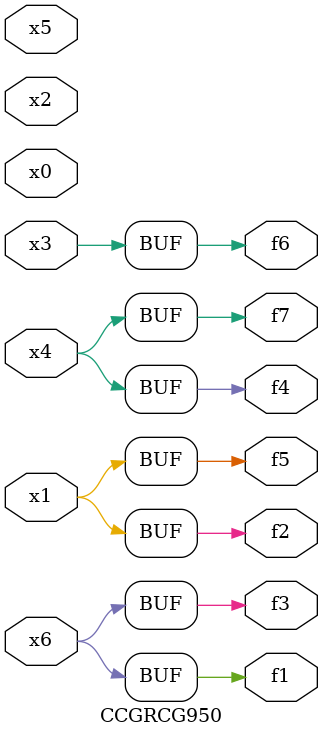
<source format=v>
module CCGRCG950(
	input x0, x1, x2, x3, x4, x5, x6,
	output f1, f2, f3, f4, f5, f6, f7
);
	assign f1 = x6;
	assign f2 = x1;
	assign f3 = x6;
	assign f4 = x4;
	assign f5 = x1;
	assign f6 = x3;
	assign f7 = x4;
endmodule

</source>
